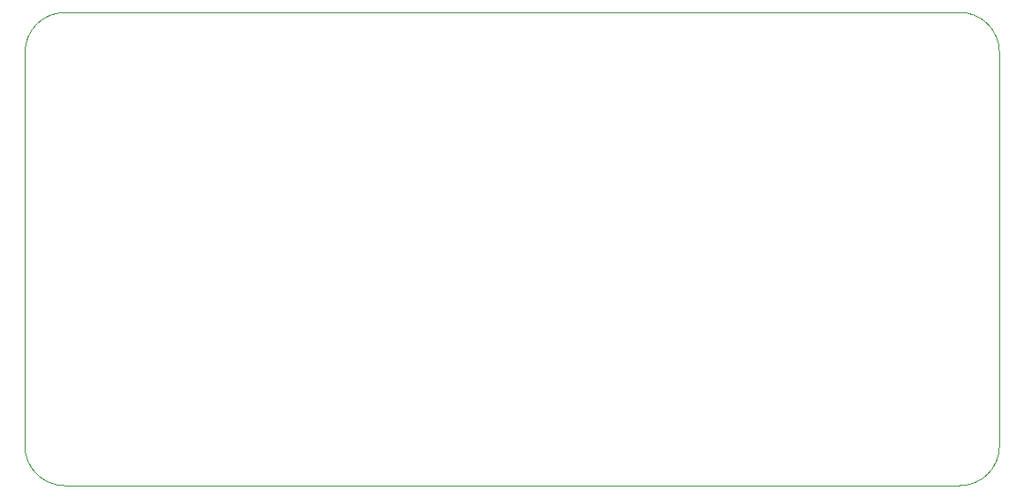
<source format=gbr>
%TF.GenerationSoftware,KiCad,Pcbnew,(6.0.4)*%
%TF.CreationDate,2022-04-28T20:07:22-04:00*%
%TF.ProjectId,wrist_pcb,77726973-745f-4706-9362-2e6b69636164,rev?*%
%TF.SameCoordinates,Original*%
%TF.FileFunction,Profile,NP*%
%FSLAX46Y46*%
G04 Gerber Fmt 4.6, Leading zero omitted, Abs format (unit mm)*
G04 Created by KiCad (PCBNEW (6.0.4)) date 2022-04-28 20:07:22*
%MOMM*%
%LPD*%
G01*
G04 APERTURE LIST*
%TA.AperFunction,Profile*%
%ADD10C,0.100000*%
%TD*%
G04 APERTURE END LIST*
D10*
X117355923Y-133085923D02*
G75*
G03*
X121165923Y-129275923I-23J3810023D01*
G01*
X27694077Y-129275923D02*
G75*
G03*
X31504077Y-133085923I3810023J23D01*
G01*
X31514077Y-87644077D02*
G75*
G03*
X27704077Y-91454077I3J-3810003D01*
G01*
X27694077Y-129275923D02*
X27704077Y-91454077D01*
X121158002Y-91440000D02*
G75*
G03*
X117320000Y-87630000I-3810102J0D01*
G01*
X121158000Y-91440000D02*
X121165923Y-129275923D01*
X31514077Y-87644077D02*
X117348000Y-87630000D01*
X117330000Y-133085923D02*
X31504077Y-133085923D01*
M02*

</source>
